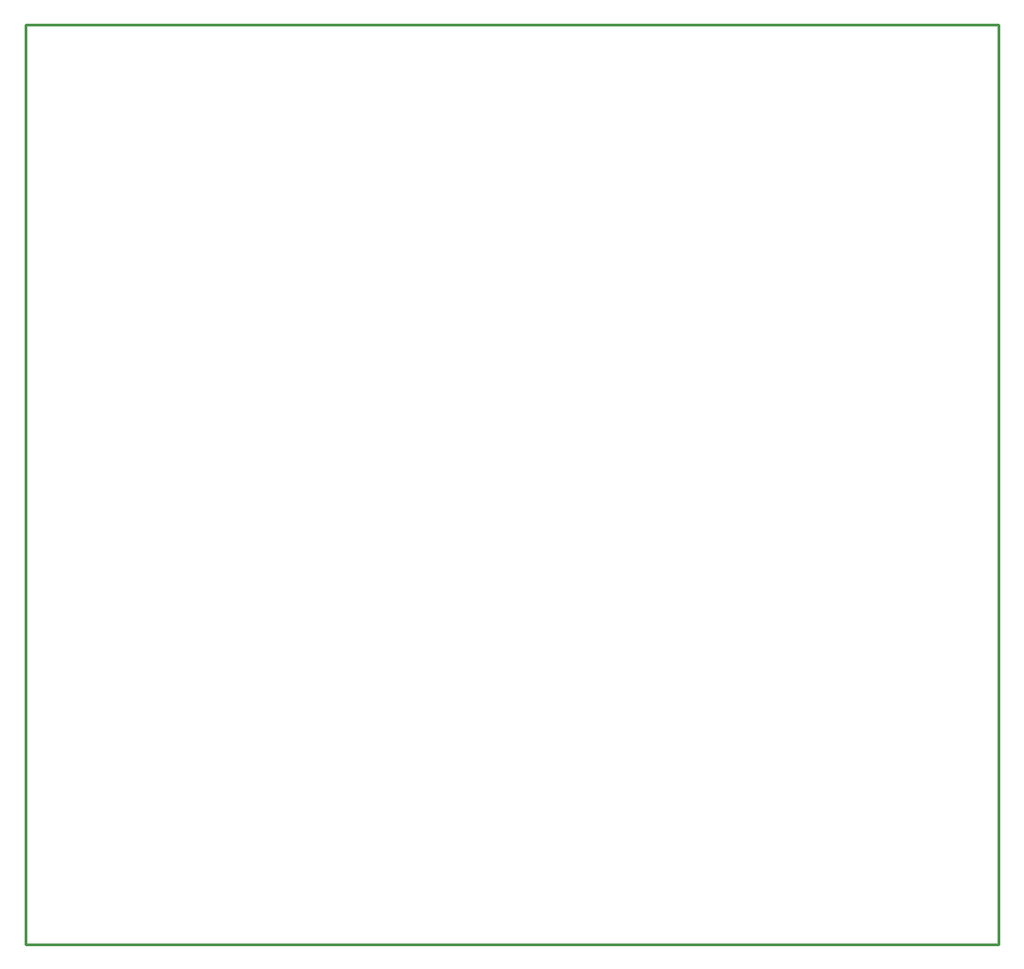
<source format=gko>
G04 Layer_Color=16711935*
%FSLAX44Y44*%
%MOMM*%
G71*
G01*
G75*
%ADD24C,0.2540*%
D24*
X666750Y1197610D02*
X1569720D01*
Y342900D02*
Y1197610D01*
X666750Y342900D02*
X1569720D01*
X666750D02*
Y1197610D01*
M02*

</source>
